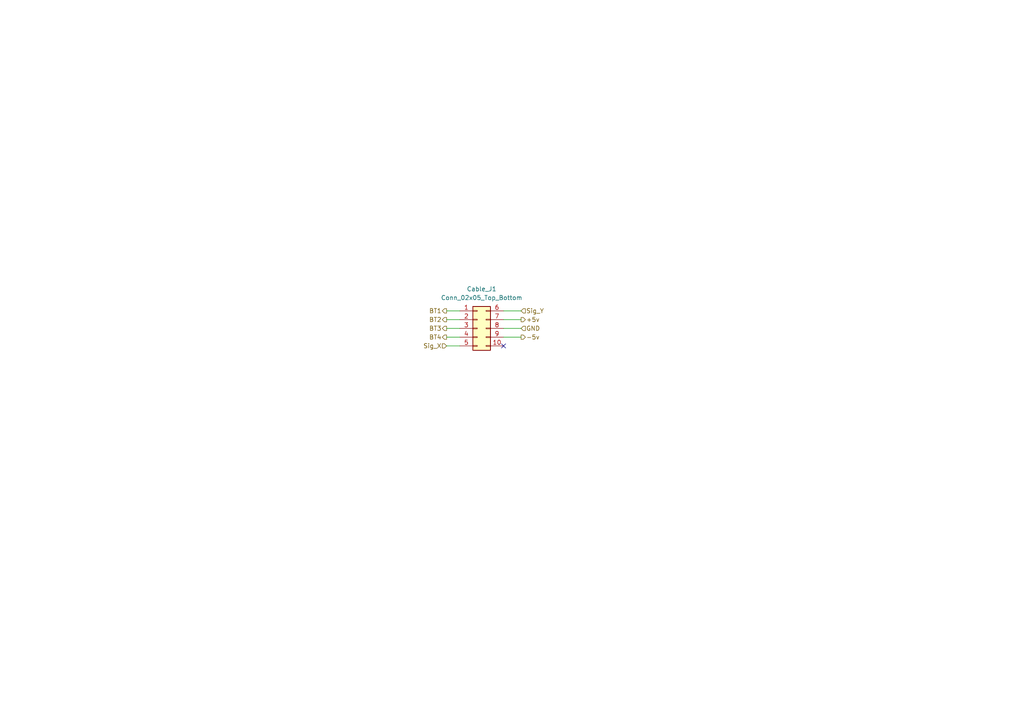
<source format=kicad_sch>
(kicad_sch (version 20231120) (generator "eeschema") (generator_version "8.0")
  (paper "A4")
  (title_block (title "Vectrex's Cable Pin") (date "2024-08-30") (rev "v1") (comment 1 "Author : Francis O. Houle"))
  (lib_symbols
    (symbol "Connector_Generic:Conn_02x05_Top_Bottom" (pin_names (offset 1.016) hide)
      (property "Reference" "J" (at 1.27 7.62 0))
      (property "Value" "Conn_02x05_Top_Bottom" (at 1.27 -7.62 0))
      (symbol "Conn_02x05_Top_Bottom_1_1"
        (rectangle (start -1.27 -4.953) (end 0 -5.207) (stroke (width 0.1524)))
        (rectangle (start -1.27 -2.413) (end 0 -2.667) (stroke (width 0.1524)))
        (rectangle (start -1.27 0.127) (end 0 -0.127) (stroke (width 0.1524)))
        (rectangle (start -1.27 2.667) (end 0 2.413) (stroke (width 0.1524)))
        (rectangle (start -1.27 5.207) (end 0 4.953) (stroke (width 0.1524)))
        (rectangle (start -1.27 6.35) (end 3.81 -6.35) (stroke (width 0.254)) (fill (type background)))
        (rectangle (start 3.81 -4.953) (end 2.54 -5.207) (stroke (width 0.1524)))
        (rectangle (start 3.81 -2.413) (end 2.54 -2.667) (stroke (width 0.1524)))
        (rectangle (start 3.81 0.127) (end 2.54 -0.127) (stroke (width 0.1524)))
        (rectangle (start 3.81 2.667) (end 2.54 2.413) (stroke (width 0.1524)))
        (rectangle (start 3.81 5.207) (end 2.54 4.953) (stroke (width 0.1524)))
        (pin passive line (at -5.08 5.08 0) (length 3.81) (name "Pin_1") (number "1"))
        (pin passive line (at 7.62 -5.08 180) (length 3.81) (name "Pin_10") (number "10"))
        (pin passive line (at -5.08 2.54 0) (length 3.81) (name "Pin_2") (number "2"))
        (pin passive line (at -5.08 0 0) (length 3.81) (name "Pin_3") (number "3"))
        (pin passive line (at -5.08 -2.54 0) (length 3.81) (name "Pin_4") (number "4"))
        (pin passive line (at -5.08 -5.08 0) (length 3.81) (name "Pin_5") (number "5"))
        (pin passive line (at 7.62 5.08 180) (length 3.81) (name "Pin_6") (number "6"))
        (pin passive line (at 7.62 2.54 180) (length 3.81) (name "Pin_7") (number "7"))
        (pin passive line (at 7.62 0 180) (length 3.81) (name "Pin_8") (number "8"))
        (pin passive line (at 7.62 -2.54 180) (length 3.81) (name "Pin_9") (number "9"))
      )
    )
  )
  (no_connect (at 146.05 100.33))
  (wire (pts (xy 151.13 95.25) (xy 146.05 95.25)))
  (wire (pts (xy 129.54 92.71) (xy 133.35 92.71)))
  (wire (pts (xy 133.35 100.33) (xy 129.54 100.33)))
  (wire (pts (xy 129.54 90.17) (xy 133.35 90.17)))
  (wire (pts (xy 129.54 97.79) (xy 133.35 97.79)))
  (wire (pts (xy 129.54 95.25) (xy 133.35 95.25)))
  (wire (pts (xy 151.13 90.17) (xy 146.05 90.17)))
  (wire (pts (xy 151.13 92.71) (xy 146.05 92.71)))
  (wire (pts (xy 151.13 97.79) (xy 146.05 97.79)))
  (hierarchical_label "Sig_Y" (shape input) (at 151.13 90.17 0))
  (hierarchical_label "BT4" (shape output) (at 129.54 97.79 180))
  (hierarchical_label "Sig_X" (shape input) (at 129.54 100.33 180))
  (hierarchical_label "+5v" (shape output) (at 151.13 92.71 0))
  (hierarchical_label "BT2" (shape output) (at 129.54 92.71 180))
  (hierarchical_label "-5v" (shape output) (at 151.13 97.79 0))
  (hierarchical_label "GND" (shape input) (at 151.13 95.25 0))
  (hierarchical_label "BT1" (shape output) (at 129.54 90.17 180))
  (hierarchical_label "BT3" (shape output) (at 129.54 95.25 180))
  (symbol (lib_id "Connector_Generic:Conn_02x05_Top_Bottom") (at 138.43 95.25 0) (unit 1)
    (property "Reference" "Cable_J1" (at 139.7 83.82 0))
    (property "Value" "Conn_02x05_Top_Bottom" (at 139.7 86.36 0))
    (property "Footprint" "Connector_PinHeader_2.54mm:PinHeader_2x05_P2.54mm_Horizontal" (effects (hide yes)))
    (property "Description" "Generic connector, double row, 02x05, top/bottom pin numbering scheme (row 1: 1...pins_per_row, row2: pins_per_row+1 ... num_pins), script generated (kicad-library-utils/schlib/autogen/connector/)" (effects (hide yes)))
  )
)
</source>
